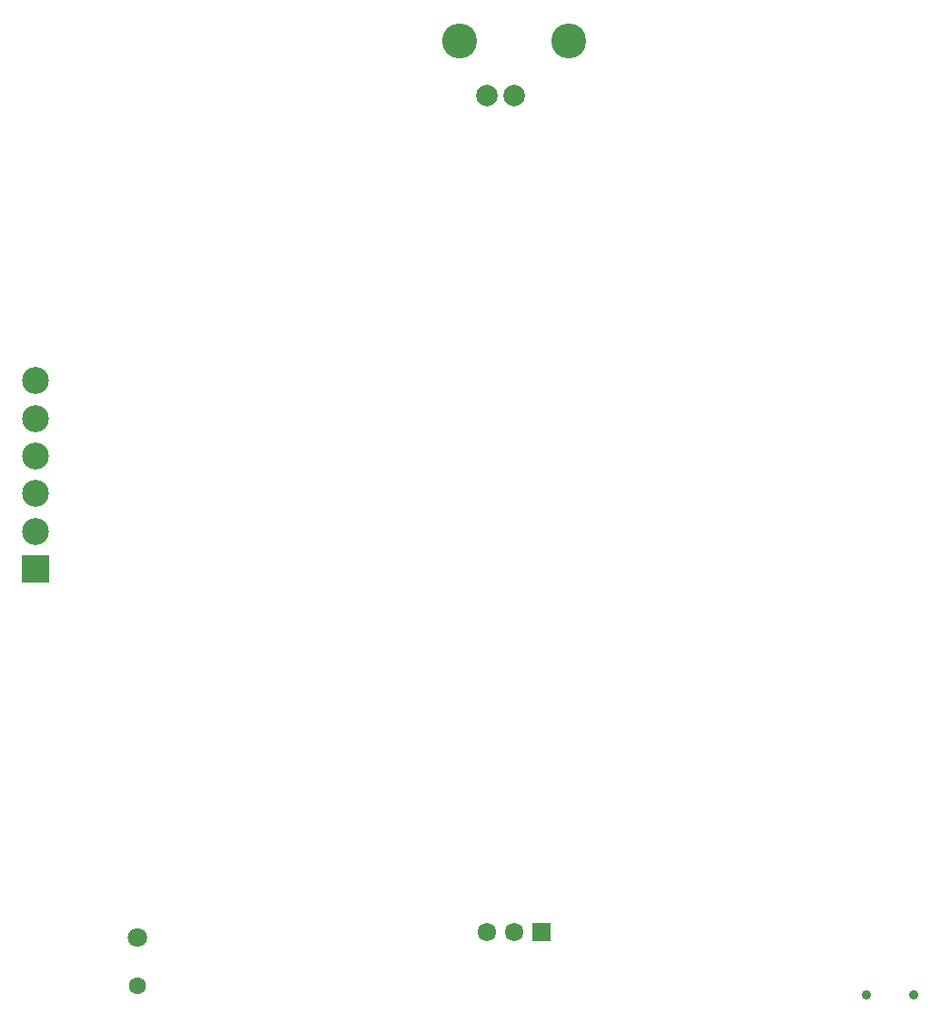
<source format=gbs>
G04 DipTrace 3.0.0.2*
G04 SDR_Transmitter.GBS*
%MOIN*%
G04 #@! TF.FileFunction,Soldermask,Bot*
G04 #@! TF.Part,Single*
%ADD37C,0.070866*%
%ADD59C,0.035433*%
%ADD60C,0.062992*%
%ADD98C,0.07874*%
%ADD102C,0.127953*%
%ADD104C,0.098425*%
%ADD108R,0.098425X0.098425*%
%ADD110C,0.067874*%
%ADD112R,0.067874X0.067874*%
%FSLAX26Y26*%
G04*
G70*
G90*
G75*
G01*
G04 BotMask*
%LPD*%
D59*
X3653544Y552166D3*
X3826772D3*
D60*
X984252Y583701D3*
D37*
Y760866D3*
D112*
X2462205Y781811D3*
D110*
X2362205D3*
X2262205D3*
D108*
X611701Y2111701D3*
D104*
Y2249496D3*
Y2387292D3*
Y2525087D3*
Y2662882D3*
Y2800677D3*
D102*
X2162205Y4043721D3*
X2562205Y4043815D3*
D98*
X2362205Y3843705D3*
X2262205D3*
M02*

</source>
